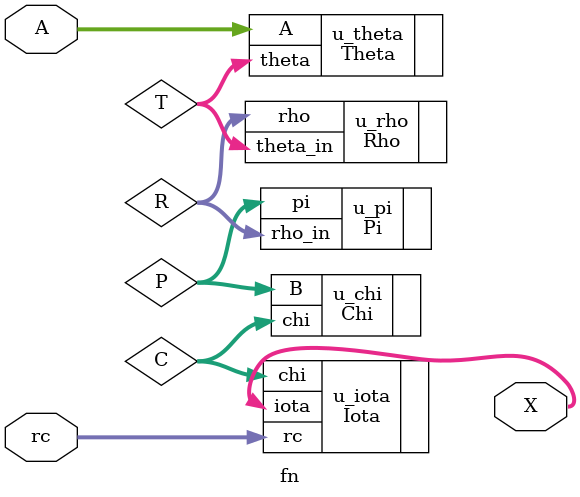
<source format=v>
`include "/Users/azhar/test/verilog/rtl/Theta.v"
`include "/Users/azhar/test/verilog/rtl/Rho.v"
`include "/Users/azhar/test/verilog/rtl/Pi.v"
`include "/Users/azhar/test/verilog/rtl/Chi.v"
`include "/Users/azhar/test/verilog/rtl/Iota.v"
module fn (
	rc,
	A,
	X
);
	input wire [63:0] rc;
	input wire [1599:0] A;
	output wire [1599:0] X;
	wire [1599:0] T;
	wire [1599:0] R;
	wire [1599:0] P;
	wire [1599:0] C;
	Theta u_theta(
		.A(A),
		.theta(T)
	);
	Rho u_rho(
		.theta_in(T),
		.rho(R)
	);
	Pi u_pi(
		.rho_in(R),
		.pi(P)
	);
	Chi u_chi(
		.B(P),
		.chi(C)
	);
	Iota u_iota(
		.rc(rc),
		.chi(C),
		.iota(X)
	);
endmodule

</source>
